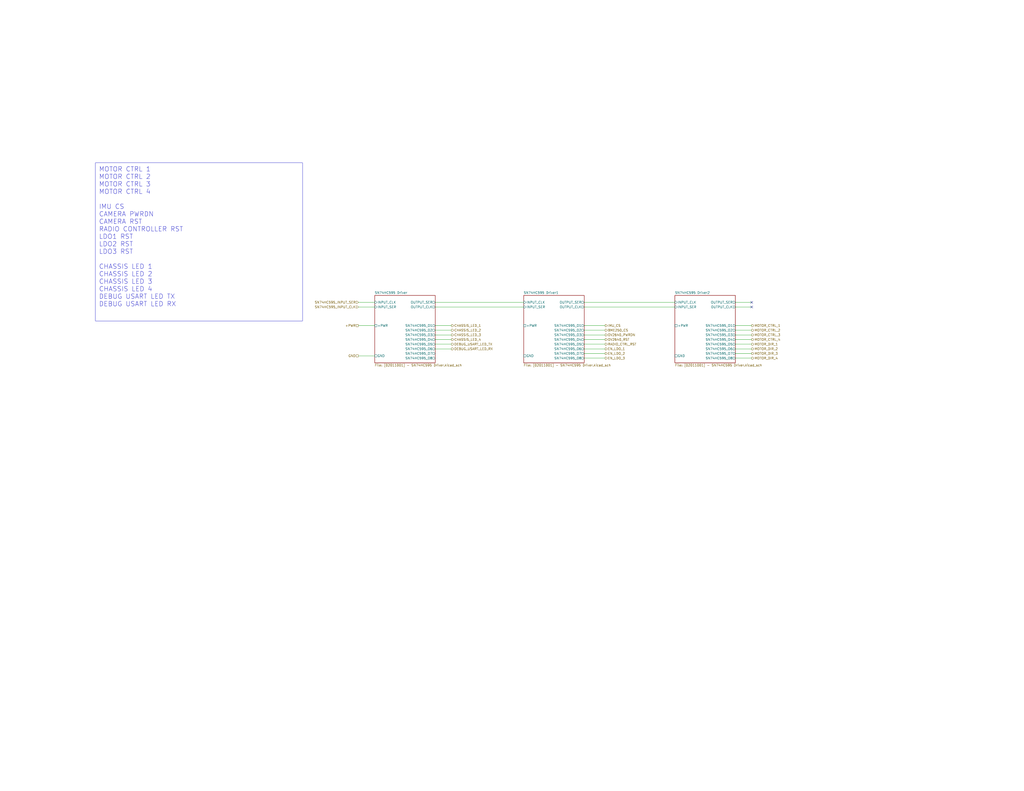
<source format=kicad_sch>
(kicad_sch
	(version 20231120)
	(generator "eeschema")
	(generator_version "8.0")
	(uuid "3b761d79-f25f-470e-a86b-84969fa3bc68")
	(paper "C")
	(title_block
		(comment 2 "DRAFT")
	)
	(lib_symbols)
	(no_connect
		(at 410.21 165.1)
		(uuid "27b4cfdc-9d53-4766-97dd-9f9d784d2796")
	)
	(no_connect
		(at 410.21 167.64)
		(uuid "e3fbf19d-4e56-4338-b6cc-b3229ffdaba9")
	)
	(wire
		(pts
			(xy 237.49 165.1) (xy 285.75 165.1)
		)
		(stroke
			(width 0)
			(type default)
		)
		(uuid "0486ffff-3dc9-4716-bd7c-9b3691433434")
	)
	(wire
		(pts
			(xy 318.77 177.8) (xy 330.2 177.8)
		)
		(stroke
			(width 0)
			(type default)
		)
		(uuid "123d692a-1628-4ab8-80d0-f6b656edcab2")
	)
	(wire
		(pts
			(xy 237.49 177.8) (xy 246.38 177.8)
		)
		(stroke
			(width 0)
			(type default)
		)
		(uuid "1563127d-4651-43da-9221-ea1b07b44c2a")
	)
	(wire
		(pts
			(xy 237.49 185.42) (xy 246.38 185.42)
		)
		(stroke
			(width 0)
			(type default)
		)
		(uuid "1ed9f33f-e160-40d3-bb40-030b9c490a5d")
	)
	(wire
		(pts
			(xy 401.32 167.64) (xy 410.21 167.64)
		)
		(stroke
			(width 0)
			(type default)
		)
		(uuid "26c2d964-2259-41b6-b7f2-f14273522a5b")
	)
	(wire
		(pts
			(xy 318.77 167.64) (xy 368.3 167.64)
		)
		(stroke
			(width 0)
			(type default)
		)
		(uuid "33c959c4-b187-4662-9a9b-077d98233e14")
	)
	(wire
		(pts
			(xy 401.32 180.34) (xy 410.21 180.34)
		)
		(stroke
			(width 0)
			(type default)
		)
		(uuid "34033ef6-223c-4501-b0fd-85ad8bccbf61")
	)
	(wire
		(pts
			(xy 237.49 180.34) (xy 246.38 180.34)
		)
		(stroke
			(width 0)
			(type default)
		)
		(uuid "36e05ccc-efc0-46df-8a67-96a25a8aa9b2")
	)
	(wire
		(pts
			(xy 195.58 165.1) (xy 204.47 165.1)
		)
		(stroke
			(width 0)
			(type default)
		)
		(uuid "548a5644-6d85-47c1-bc40-89e129376715")
	)
	(wire
		(pts
			(xy 318.77 165.1) (xy 368.3 165.1)
		)
		(stroke
			(width 0)
			(type default)
		)
		(uuid "6066372b-5120-4140-9327-a1dcfb38b547")
	)
	(wire
		(pts
			(xy 318.77 182.88) (xy 330.2 182.88)
		)
		(stroke
			(width 0)
			(type default)
		)
		(uuid "60c5f379-2711-444f-98b7-fcfd3ab4a94a")
	)
	(wire
		(pts
			(xy 401.32 165.1) (xy 410.21 165.1)
		)
		(stroke
			(width 0)
			(type default)
		)
		(uuid "6b785f8c-5a97-4497-86f4-b54971e19b47")
	)
	(wire
		(pts
			(xy 401.32 185.42) (xy 410.21 185.42)
		)
		(stroke
			(width 0)
			(type default)
		)
		(uuid "714ae772-2cab-4e63-b69a-7dbeeb4af4d2")
	)
	(wire
		(pts
			(xy 318.77 187.96) (xy 330.2 187.96)
		)
		(stroke
			(width 0)
			(type default)
		)
		(uuid "7167d79a-bae4-40c2-bbbe-dfbc75888056")
	)
	(wire
		(pts
			(xy 401.32 187.96) (xy 410.21 187.96)
		)
		(stroke
			(width 0)
			(type default)
		)
		(uuid "7b8d1505-17dd-461c-9b09-673d9e96b8ee")
	)
	(wire
		(pts
			(xy 237.49 167.64) (xy 285.75 167.64)
		)
		(stroke
			(width 0)
			(type default)
		)
		(uuid "835d9b60-89b6-4287-872d-1a72594c1bed")
	)
	(wire
		(pts
			(xy 195.58 194.31) (xy 204.47 194.31)
		)
		(stroke
			(width 0)
			(type default)
		)
		(uuid "85f9067a-de83-44bc-aa49-0e0380f68e57")
	)
	(wire
		(pts
			(xy 237.49 187.96) (xy 246.38 187.96)
		)
		(stroke
			(width 0)
			(type default)
		)
		(uuid "87746377-158d-4a74-8554-d8cdbb242dd6")
	)
	(wire
		(pts
			(xy 318.77 190.5) (xy 330.2 190.5)
		)
		(stroke
			(width 0)
			(type default)
		)
		(uuid "8797ceb7-c671-4402-a11a-2643fdeba379")
	)
	(wire
		(pts
			(xy 237.49 182.88) (xy 246.38 182.88)
		)
		(stroke
			(width 0)
			(type default)
		)
		(uuid "92628dc6-be4f-4681-9aa9-84bdf840c930")
	)
	(wire
		(pts
			(xy 237.49 190.5) (xy 246.38 190.5)
		)
		(stroke
			(width 0)
			(type default)
		)
		(uuid "98e0a43b-524c-4a0a-9f64-da1c970ce484")
	)
	(wire
		(pts
			(xy 401.32 195.58) (xy 410.21 195.58)
		)
		(stroke
			(width 0)
			(type default)
		)
		(uuid "9c5ba4c4-2bee-4440-a329-68c1b3bc0b83")
	)
	(wire
		(pts
			(xy 401.32 177.8) (xy 410.21 177.8)
		)
		(stroke
			(width 0)
			(type default)
		)
		(uuid "9ccada67-cd93-41b9-b8f5-3edab9fa8304")
	)
	(wire
		(pts
			(xy 318.77 180.34) (xy 330.2 180.34)
		)
		(stroke
			(width 0)
			(type default)
		)
		(uuid "9e2e9d95-f7be-4a8a-b4bc-ce938c7bbe40")
	)
	(wire
		(pts
			(xy 195.58 167.64) (xy 204.47 167.64)
		)
		(stroke
			(width 0)
			(type default)
		)
		(uuid "b2bcfb8e-e08e-4511-b8e6-64088d12f041")
	)
	(wire
		(pts
			(xy 401.32 190.5) (xy 410.21 190.5)
		)
		(stroke
			(width 0)
			(type default)
		)
		(uuid "b5de85dc-879a-4518-95f7-994a187f4b91")
	)
	(wire
		(pts
			(xy 318.77 193.04) (xy 330.2 193.04)
		)
		(stroke
			(width 0)
			(type default)
		)
		(uuid "c8a7e3ef-eaf7-4821-bd4e-0c5202481a61")
	)
	(wire
		(pts
			(xy 401.32 182.88) (xy 410.21 182.88)
		)
		(stroke
			(width 0)
			(type default)
		)
		(uuid "cc2d297e-82fd-498b-a05d-6da1a067a252")
	)
	(wire
		(pts
			(xy 195.58 177.8) (xy 204.47 177.8)
		)
		(stroke
			(width 0)
			(type default)
		)
		(uuid "d1439218-958f-439e-aa5b-a6f9f0ea8812")
	)
	(wire
		(pts
			(xy 318.77 195.58) (xy 330.2 195.58)
		)
		(stroke
			(width 0)
			(type default)
		)
		(uuid "e23c1e94-7460-4fe0-9eb4-663ec2e0b39e")
	)
	(wire
		(pts
			(xy 401.32 193.04) (xy 410.21 193.04)
		)
		(stroke
			(width 0)
			(type default)
		)
		(uuid "e7c3cae9-cb1e-4f3b-9225-f0426bb52389")
	)
	(wire
		(pts
			(xy 318.77 185.42) (xy 330.2 185.42)
		)
		(stroke
			(width 0)
			(type default)
		)
		(uuid "f0fba5c8-9b35-4a92-9e60-fb41b5bf3620")
	)
	(text_box "MOTOR CTRL 1\nMOTOR CTRL 2\nMOTOR CTRL 3\nMOTOR CTRL 4\n\nIMU CS\nCAMERA PWRDN\nCAMERA RST\nRADIO CONTROLLER RST\nLDO1 RST\nLDO2 RST\nLDO3 RST\n\nCHASSIS LED 1\nCHASSIS LED 2\nCHASSIS LED 3\nCHASSIS LED 4\nDEBUG USART LED TX\nDEBUG USART LED RX"
		(exclude_from_sim no)
		(at 52.07 88.9 0)
		(size 113.03 86.36)
		(stroke
			(width 0)
			(type default)
		)
		(fill
			(type none)
		)
		(effects
			(font
				(size 2.54 2.54)
			)
			(justify left top)
		)
		(uuid "78a8820e-927c-4fb5-a472-e94053d9a236")
	)
	(hierarchical_label "DEBUG_USART_LED_RX"
		(shape output)
		(at 246.38 190.5 0)
		(fields_autoplaced yes)
		(effects
			(font
				(size 1.27 1.27)
			)
			(justify left)
		)
		(uuid "06b75889-c1f9-401b-9126-055e0c4a205b")
	)
	(hierarchical_label "MOTOR_CTRL_2"
		(shape output)
		(at 410.21 180.34 0)
		(fields_autoplaced yes)
		(effects
			(font
				(size 1.27 1.27)
			)
			(justify left)
		)
		(uuid "07d56e2b-a07b-441d-b911-c4c4d9ef3807")
	)
	(hierarchical_label "OV2640_PWRDN"
		(shape output)
		(at 330.2 182.88 0)
		(fields_autoplaced yes)
		(effects
			(font
				(size 1.27 1.27)
			)
			(justify left)
		)
		(uuid "0b2e45ea-ea0a-42e9-9066-37673febcf1c")
	)
	(hierarchical_label "MOTOR_CTRL_1"
		(shape output)
		(at 410.21 177.8 0)
		(fields_autoplaced yes)
		(effects
			(font
				(size 1.27 1.27)
			)
			(justify left)
		)
		(uuid "1a433679-a63a-40c0-a0cf-c46869eee5aa")
	)
	(hierarchical_label "OV2640_RST"
		(shape output)
		(at 330.2 185.42 0)
		(fields_autoplaced yes)
		(effects
			(font
				(size 1.27 1.27)
			)
			(justify left)
		)
		(uuid "2c92de14-921c-420a-9bd4-42fc342bdf6d")
	)
	(hierarchical_label "IMU_CS"
		(shape output)
		(at 330.2 177.8 0)
		(fields_autoplaced yes)
		(effects
			(font
				(size 1.27 1.27)
			)
			(justify left)
		)
		(uuid "3539b731-47d9-4d19-8d4c-731d2ec675e8")
	)
	(hierarchical_label "GND"
		(shape passive)
		(at 195.58 194.31 180)
		(fields_autoplaced yes)
		(effects
			(font
				(size 1.27 1.27)
			)
			(justify right)
		)
		(uuid "3eaf6152-c740-4006-b48b-cc9344f3fe70")
	)
	(hierarchical_label "SN74HC595_INPUT_SER"
		(shape input)
		(at 195.58 165.1 180)
		(fields_autoplaced yes)
		(effects
			(font
				(size 1.27 1.27)
			)
			(justify right)
		)
		(uuid "43d2d0f2-c6a8-4a21-adf5-03bfdedd570e")
	)
	(hierarchical_label "RADIO_CTRL_RST"
		(shape output)
		(at 330.2 187.96 0)
		(fields_autoplaced yes)
		(effects
			(font
				(size 1.27 1.27)
			)
			(justify left)
		)
		(uuid "4a8e3e05-f90b-40e9-9222-8fb513fd19a3")
	)
	(hierarchical_label "CHASSIS_LED_2"
		(shape output)
		(at 246.38 180.34 0)
		(fields_autoplaced yes)
		(effects
			(font
				(size 1.27 1.27)
			)
			(justify left)
		)
		(uuid "5018abae-cc47-4d98-9494-d32ea79ba078")
	)
	(hierarchical_label "DEBUG_USART_LED_TX"
		(shape output)
		(at 246.38 187.96 0)
		(fields_autoplaced yes)
		(effects
			(font
				(size 1.27 1.27)
			)
			(justify left)
		)
		(uuid "50365b68-a8ab-47c7-94d3-e2b802838b6d")
	)
	(hierarchical_label "EN_LDO_1"
		(shape output)
		(at 330.2 190.5 0)
		(fields_autoplaced yes)
		(effects
			(font
				(size 1.27 1.27)
			)
			(justify left)
		)
		(uuid "5f87ad34-41f1-469b-81d2-c4ceee5927b6")
	)
	(hierarchical_label "EN_LDO_2"
		(shape output)
		(at 330.2 193.04 0)
		(fields_autoplaced yes)
		(effects
			(font
				(size 1.27 1.27)
			)
			(justify left)
		)
		(uuid "6dee19eb-f8d3-4c79-a241-4351709896ff")
	)
	(hierarchical_label "MOTOR_DIR_1"
		(shape output)
		(at 410.21 187.96 0)
		(fields_autoplaced yes)
		(effects
			(font
				(size 1.27 1.27)
			)
			(justify left)
		)
		(uuid "8426841b-5880-4513-9e72-648b377edffe")
	)
	(hierarchical_label "+PWR"
		(shape passive)
		(at 195.58 177.8 180)
		(fields_autoplaced yes)
		(effects
			(font
				(size 1.27 1.27)
			)
			(justify right)
		)
		(uuid "87a1e9cd-1448-478a-961f-cec0d7062f85")
	)
	(hierarchical_label "CHASSIS_LED_1"
		(shape output)
		(at 246.38 177.8 0)
		(fields_autoplaced yes)
		(effects
			(font
				(size 1.27 1.27)
			)
			(justify left)
		)
		(uuid "9610cce3-3603-44d5-8d60-3906ef656d27")
	)
	(hierarchical_label "SN74HC595_INPUT_CLK"
		(shape input)
		(at 195.58 167.64 180)
		(fields_autoplaced yes)
		(effects
			(font
				(size 1.27 1.27)
			)
			(justify right)
		)
		(uuid "97cfe059-d016-4b76-b29c-8e637af13c14")
	)
	(hierarchical_label "MOTOR_DIR_4"
		(shape output)
		(at 410.21 195.58 0)
		(fields_autoplaced yes)
		(effects
			(font
				(size 1.27 1.27)
			)
			(justify left)
		)
		(uuid "a26dffde-4efc-4315-963e-b2a6d4e271a9")
	)
	(hierarchical_label "CHASSIS_LED_3"
		(shape output)
		(at 246.38 182.88 0)
		(fields_autoplaced yes)
		(effects
			(font
				(size 1.27 1.27)
			)
			(justify left)
		)
		(uuid "bffeeb8a-787c-4d66-9773-e41756f0dc7b")
	)
	(hierarchical_label "EN_LDO_3"
		(shape output)
		(at 330.2 195.58 0)
		(fields_autoplaced yes)
		(effects
			(font
				(size 1.27 1.27)
			)
			(justify left)
		)
		(uuid "c3d49015-8e85-487f-af9f-e80fcf3c1bef")
	)
	(hierarchical_label "MOTOR_CTRL_4"
		(shape output)
		(at 410.21 185.42 0)
		(fields_autoplaced yes)
		(effects
			(font
				(size 1.27 1.27)
			)
			(justify left)
		)
		(uuid "c7da4f1f-3540-43e9-8e37-a3f0ac61170c")
	)
	(hierarchical_label "CHASSIS_LED_4"
		(shape output)
		(at 246.38 185.42 0)
		(fields_autoplaced yes)
		(effects
			(font
				(size 1.27 1.27)
			)
			(justify left)
		)
		(uuid "cc3c29ed-f357-40f2-a0c8-68ed7bee99de")
	)
	(hierarchical_label "BME250_CS"
		(shape output)
		(at 330.2 180.34 0)
		(fields_autoplaced yes)
		(effects
			(font
				(size 1.27 1.27)
			)
			(justify left)
		)
		(uuid "d5faa023-1f94-4bd5-8aad-cbd3562e8f45")
	)
	(hierarchical_label "MOTOR_CTRL_3"
		(shape output)
		(at 410.21 182.88 0)
		(fields_autoplaced yes)
		(effects
			(font
				(size 1.27 1.27)
			)
			(justify left)
		)
		(uuid "e1341811-89f8-4df2-92ab-b83251246498")
	)
	(hierarchical_label "MOTOR_DIR_3"
		(shape output)
		(at 410.21 193.04 0)
		(fields_autoplaced yes)
		(effects
			(font
				(size 1.27 1.27)
			)
			(justify left)
		)
		(uuid "f16da7e7-c31f-4244-bfcb-057610d1725a")
	)
	(hierarchical_label "MOTOR_DIR_2"
		(shape output)
		(at 410.21 190.5 0)
		(fields_autoplaced yes)
		(effects
			(font
				(size 1.27 1.27)
			)
			(justify left)
		)
		(uuid "f17414a2-e116-4130-9a33-b17e979131f7")
	)
	(sheet
		(at 285.75 161.29)
		(size 33.02 36.83)
		(fields_autoplaced yes)
		(stroke
			(width 0.1524)
			(type solid)
		)
		(fill
			(color 0 0 0 0.0000)
		)
		(uuid "c563125b-f82a-4ab0-9ef6-00551ae00e3b")
		(property "Sheetname" "SN74HC595 Driver1"
			(at 285.75 160.5784 0)
			(effects
				(font
					(size 1.27 1.27)
				)
				(justify left bottom)
			)
		)
		(property "Sheetfile" "[02011001] - SN74HC595 Driver.kicad_sch"
			(at 285.75 198.7046 0)
			(effects
				(font
					(size 1.27 1.27)
				)
				(justify left top)
			)
		)
		(pin "GND" passive
			(at 285.75 194.31 180)
			(effects
				(font
					(size 1.27 1.27)
				)
				(justify left)
			)
			(uuid "28da17ad-6233-4d98-b66c-630aca265f88")
		)
		(pin "+PWR" passive
			(at 285.75 177.8 180)
			(effects
				(font
					(size 1.27 1.27)
				)
				(justify left)
			)
			(uuid "6a274d16-560d-43e6-8637-3009698fbbfd")
		)
		(pin "INPUT_CLK" input
			(at 285.75 165.1 180)
			(effects
				(font
					(size 1.27 1.27)
				)
				(justify left)
			)
			(uuid "81ea3fa8-9256-4729-bcef-1e0f29bc7747")
		)
		(pin "INPUT_SER" input
			(at 285.75 167.64 180)
			(effects
				(font
					(size 1.27 1.27)
				)
				(justify left)
			)
			(uuid "32544897-018b-4e64-b8ac-e414ed962cca")
		)
		(pin "SN74HC595_O5" output
			(at 318.77 187.96 0)
			(effects
				(font
					(size 1.27 1.27)
				)
				(justify right)
			)
			(uuid "a87beb48-a1c7-456d-a3b3-b529a1c03580")
		)
		(pin "SN74HC595_O3" output
			(at 318.77 182.88 0)
			(effects
				(font
					(size 1.27 1.27)
				)
				(justify right)
			)
			(uuid "a811f909-4ff3-40f2-833a-6e84e20d189e")
		)
		(pin "SN74HC595_O1" output
			(at 318.77 177.8 0)
			(effects
				(font
					(size 1.27 1.27)
				)
				(justify right)
			)
			(uuid "b2666564-226a-4aaf-87cf-f2b7d980a643")
		)
		(pin "SN74HC595_O2" output
			(at 318.77 180.34 0)
			(effects
				(font
					(size 1.27 1.27)
				)
				(justify right)
			)
			(uuid "8eda6c50-b219-4d20-bcae-18c9ded9ba8b")
		)
		(pin "SN74HC595_O4" output
			(at 318.77 185.42 0)
			(effects
				(font
					(size 1.27 1.27)
				)
				(justify right)
			)
			(uuid "610d34a0-388a-492e-b7e8-0a450b016c5b")
		)
		(pin "SN74HC595_O7" output
			(at 318.77 193.04 0)
			(effects
				(font
					(size 1.27 1.27)
				)
				(justify right)
			)
			(uuid "b1f146cc-0102-46d6-810e-0ab0b0cdac6e")
		)
		(pin "OUTPUT_SER" output
			(at 318.77 165.1 0)
			(effects
				(font
					(size 1.27 1.27)
				)
				(justify right)
			)
			(uuid "7ad8a177-8baa-43b4-bee5-2c473cf1ccd2")
		)
		(pin "SN74HC595_O6" output
			(at 318.77 190.5 0)
			(effects
				(font
					(size 1.27 1.27)
				)
				(justify right)
			)
			(uuid "deeb15ae-67ad-43ec-b4f6-295d927dd9c2")
		)
		(pin "OUTPUT_CLK" output
			(at 318.77 167.64 0)
			(effects
				(font
					(size 1.27 1.27)
				)
				(justify right)
			)
			(uuid "9fc8c684-0129-4fff-8cb5-353d2475937a")
		)
		(pin "SN74HC595_O8" output
			(at 318.77 195.58 0)
			(effects
				(font
					(size 1.27 1.27)
				)
				(justify right)
			)
			(uuid "c10ade48-7348-4dd3-9761-acbcfd56b170")
		)
		(instances
			(project "_Sub_HW_Qcopter"
				(path "/b8703f06-b3da-4de2-b217-f104939b36e8/6184e84e-040e-4878-8152-76cf0b949e21/e826979f-4a88-401c-bba5-a1c30231907a/fb6a3e3b-62bf-46c5-8e5c-2b17482b433c"
					(page "26")
				)
			)
		)
	)
	(sheet
		(at 204.47 161.29)
		(size 33.02 36.83)
		(fields_autoplaced yes)
		(stroke
			(width 0.1524)
			(type solid)
		)
		(fill
			(color 0 0 0 0.0000)
		)
		(uuid "c66787b8-a69a-4286-87e1-ab899f33d9d0")
		(property "Sheetname" "SN74HC595 Driver"
			(at 204.47 160.5784 0)
			(effects
				(font
					(size 1.27 1.27)
				)
				(justify left bottom)
			)
		)
		(property "Sheetfile" "[02011001] - SN74HC595 Driver.kicad_sch"
			(at 204.47 198.7046 0)
			(effects
				(font
					(size 1.27 1.27)
				)
				(justify left top)
			)
		)
		(pin "GND" passive
			(at 204.47 194.31 180)
			(effects
				(font
					(size 1.27 1.27)
				)
				(justify left)
			)
			(uuid "300b19d3-5ea3-4322-a5a7-540848d0fcc3")
		)
		(pin "+PWR" passive
			(at 204.47 177.8 180)
			(effects
				(font
					(size 1.27 1.27)
				)
				(justify left)
			)
			(uuid "75977cb1-8081-405a-88ce-c46cd285e146")
		)
		(pin "INPUT_CLK" input
			(at 204.47 165.1 180)
			(effects
				(font
					(size 1.27 1.27)
				)
				(justify left)
			)
			(uuid "69fe5537-cbc1-4fe4-8f3e-1dd68941919c")
		)
		(pin "INPUT_SER" input
			(at 204.47 167.64 180)
			(effects
				(font
					(size 1.27 1.27)
				)
				(justify left)
			)
			(uuid "061ef42c-5a63-41a3-a34e-7de6baaaf426")
		)
		(pin "SN74HC595_O5" output
			(at 237.49 187.96 0)
			(effects
				(font
					(size 1.27 1.27)
				)
				(justify right)
			)
			(uuid "f403a5ab-8387-4c80-8c38-5ababaecd91f")
		)
		(pin "SN74HC595_O3" output
			(at 237.49 182.88 0)
			(effects
				(font
					(size 1.27 1.27)
				)
				(justify right)
			)
			(uuid "5f19354f-87b8-4a47-b0c0-f09976fa5fa7")
		)
		(pin "SN74HC595_O1" output
			(at 237.49 177.8 0)
			(effects
				(font
					(size 1.27 1.27)
				)
				(justify right)
			)
			(uuid "614c7e83-d22c-433d-beba-5244c9a58f5c")
		)
		(pin "SN74HC595_O2" output
			(at 237.49 180.34 0)
			(effects
				(font
					(size 1.27 1.27)
				)
				(justify right)
			)
			(uuid "e2b66dac-8b79-4372-8a26-f6bb8367c311")
		)
		(pin "SN74HC595_O4" output
			(at 237.49 185.42 0)
			(effects
				(font
					(size 1.27 1.27)
				)
				(justify right)
			)
			(uuid "4b6b01bb-d8ee-459c-8e31-13adad4fdf57")
		)
		(pin "SN74HC595_O7" output
			(at 237.49 193.04 0)
			(effects
				(font
					(size 1.27 1.27)
				)
				(justify right)
			)
			(uuid "c709a9c9-9601-4ab1-871e-06d2af6c98a0")
		)
		(pin "OUTPUT_SER" output
			(at 237.49 165.1 0)
			(effects
				(font
					(size 1.27 1.27)
				)
				(justify right)
			)
			(uuid "e7f201d9-202a-4b0c-b4f3-84206fd3187e")
		)
		(pin "SN74HC595_O6" output
			(at 237.49 190.5 0)
			(effects
				(font
					(size 1.27 1.27)
				)
				(justify right)
			)
			(uuid "73244978-a687-4113-8621-ce6a72305bd4")
		)
		(pin "OUTPUT_CLK" output
			(at 237.49 167.64 0)
			(effects
				(font
					(size 1.27 1.27)
				)
				(justify right)
			)
			(uuid "48c47e63-f6b5-4e00-8a2e-609dcdd53f8d")
		)
		(pin "SN74HC595_O8" output
			(at 237.49 195.58 0)
			(effects
				(font
					(size 1.27 1.27)
				)
				(justify right)
			)
			(uuid "e51b76b4-6f63-4bce-a11b-56a30d8a759d")
		)
		(instances
			(project "_Sub_HW_Qcopter"
				(path "/b8703f06-b3da-4de2-b217-f104939b36e8/6184e84e-040e-4878-8152-76cf0b949e21/e826979f-4a88-401c-bba5-a1c30231907a/fb6a3e3b-62bf-46c5-8e5c-2b17482b433c"
					(page "25")
				)
			)
		)
	)
	(sheet
		(at 368.3 161.29)
		(size 33.02 36.83)
		(fields_autoplaced yes)
		(stroke
			(width 0.1524)
			(type solid)
		)
		(fill
			(color 0 0 0 0.0000)
		)
		(uuid "feb4de8c-feac-4137-a908-2a99c0cf8280")
		(property "Sheetname" "SN74HC595 Driver2"
			(at 368.3 160.5784 0)
			(effects
				(font
					(size 1.27 1.27)
				)
				(justify left bottom)
			)
		)
		(property "Sheetfile" "[02011001] - SN74HC595 Driver.kicad_sch"
			(at 368.3 198.7046 0)
			(effects
				(font
					(size 1.27 1.27)
				)
				(justify left top)
			)
		)
		(pin "GND" passive
			(at 368.3 194.31 180)
			(effects
				(font
					(size 1.27 1.27)
				)
				(justify left)
			)
			(uuid "6e7d5a03-169d-498d-9159-13762316be2b")
		)
		(pin "+PWR" passive
			(at 368.3 177.8 180)
			(effects
				(font
					(size 1.27 1.27)
				)
				(justify left)
			)
			(uuid "e3b05419-542c-426f-804e-fa7ef680917b")
		)
		(pin "INPUT_CLK" input
			(at 368.3 165.1 180)
			(effects
				(font
					(size 1.27 1.27)
				)
				(justify left)
			)
			(uuid "850c83ef-5878-4475-9216-62bc900f4a4e")
		)
		(pin "INPUT_SER" input
			(at 368.3 167.64 180)
			(effects
				(font
					(size 1.27 1.27)
				)
				(justify left)
			)
			(uuid "430a54cc-6d49-4b09-8482-4b8ddf2b7791")
		)
		(pin "SN74HC595_O5" output
			(at 401.32 187.96 0)
			(effects
				(font
					(size 1.27 1.27)
				)
				(justify right)
			)
			(uuid "1b0cefdf-6989-492f-812a-3e7a8b77a103")
		)
		(pin "SN74HC595_O3" output
			(at 401.32 182.88 0)
			(effects
				(font
					(size 1.27 1.27)
				)
				(justify right)
			)
			(uuid "984fbec8-0b52-41ab-9ca3-943ca51e15dd")
		)
		(pin "SN74HC595_O1" output
			(at 401.32 177.8 0)
			(effects
				(font
					(size 1.27 1.27)
				)
				(justify right)
			)
			(uuid "ad523ad4-5abd-46cc-8eff-cb024b0c0543")
		)
		(pin "SN74HC595_O2" output
			(at 401.32 180.34 0)
			(effects
				(font
					(size 1.27 1.27)
				)
				(justify right)
			)
			(uuid "6ccd59f8-7cfb-4a59-b263-5932f77ca2de")
		)
		(pin "SN74HC595_O4" output
			(at 401.32 185.42 0)
			(effects
				(font
					(size 1.27 1.27)
				)
				(justify right)
			)
			(uuid "ba11b1a4-630b-495d-84a5-d56532a5ad92")
		)
		(pin "SN74HC595_O7" output
			(at 401.32 193.04 0)
			(effects
				(font
					(size 1.27 1.27)
				)
				(justify right)
			)
			(uuid "eeded4c8-7d33-46fc-9c14-0d813ea7a792")
		)
		(pin "OUTPUT_SER" output
			(at 401.32 165.1 0)
			(effects
				(font
					(size 1.27 1.27)
				)
				(justify right)
			)
			(uuid "36e9a56b-f4f3-48ed-8636-de238df053e5")
		)
		(pin "SN74HC595_O6" output
			(at 401.32 190.5 0)
			(effects
				(font
					(size 1.27 1.27)
				)
				(justify right)
			)
			(uuid "f5324128-3a6e-4771-aa84-81b857bb5855")
		)
		(pin "OUTPUT_CLK" output
			(at 401.32 167.64 0)
			(effects
				(font
					(size 1.27 1.27)
				)
				(justify right)
			)
			(uuid "dbbbeeda-2b54-4d81-b847-f746462dd636")
		)
		(pin "SN74HC595_O8" output
			(at 401.32 195.58 0)
			(effects
				(font
					(size 1.27 1.27)
				)
				(justify right)
			)
			(uuid "4288a342-2038-4abd-92fe-72895eed146f")
		)
		(instances
			(project "_Sub_HW_Qcopter"
				(path "/b8703f06-b3da-4de2-b217-f104939b36e8/6184e84e-040e-4878-8152-76cf0b949e21/e826979f-4a88-401c-bba5-a1c30231907a/fb6a3e3b-62bf-46c5-8e5c-2b17482b433c"
					(page "27")
				)
			)
		)
	)
)
</source>
